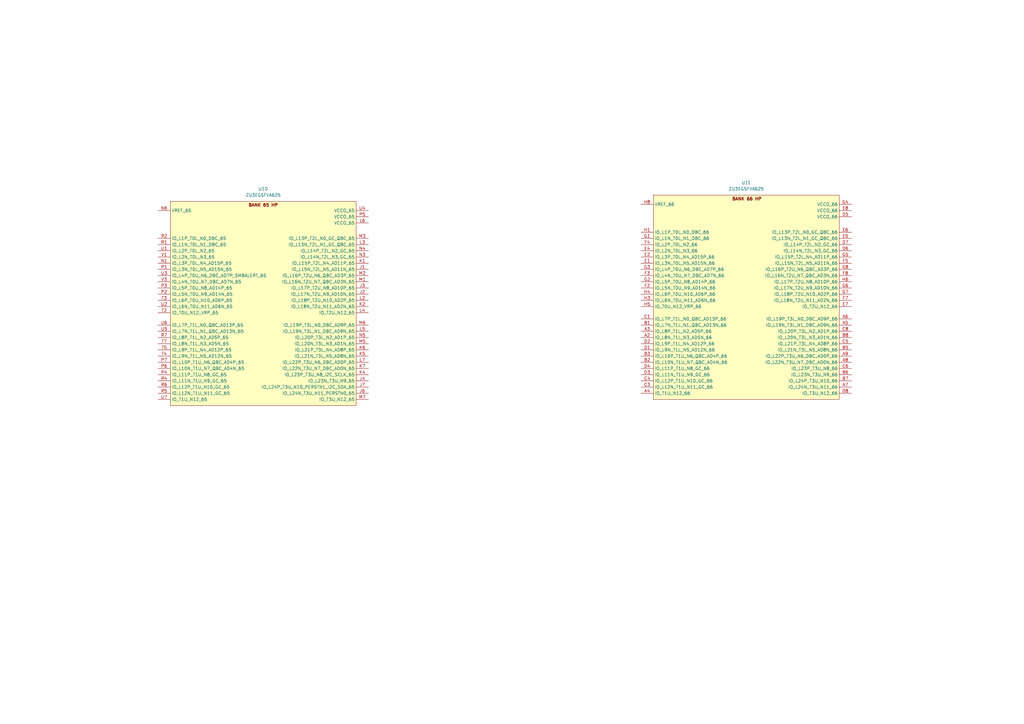
<source format=kicad_sch>
(kicad_sch (version 20250114) (generator "eeschema") (generator_version "9.0")
  (paper "A3")
  (symbol (lib_id "User:XCZU3EGSFVA625") (at 107.95 124.46 0) (unit 4)
    (property "Reference" "U1" (at 107.95 77.47 0))
    (property "Value" "ZU3EGSFVA625" (at 107.95 80.01 0))
    (property "Footprint" "Package_BGA:BGA-625_21.0x21.0mm_Layout25x25_P0.8mm" (effects (hide yes)))
    (property "Datasheet" "http://partdb.conandllu.cn/en/part/513/info" (effects (hide yes)))
    (property "Category" "ICs/FPGA" (effects (hide yes)))
    (property "Manufacturer" "XILINX" (effects (hide yes)))
    (property "Part-DB Footprint" "Xilinx_SFVA625" (effects (hide yes)))
    (property "Part-DB ID" "513" (effects (hide yes)))
  )
  (symbol (lib_id "User:XCZU3EGSFVA625") (at 306.07 121.92 0) (unit 5)
    (property "Reference" "U1" (at 306.07 74.93 0))
    (property "Value" "ZU3EGSFVA625" (at 306.07 77.47 0))
    (property "Footprint" "Package_BGA:BGA-625_21.0x21.0mm_Layout25x25_P0.8mm" (effects (hide yes)))
    (property "Datasheet" "http://partdb.conandllu.cn/en/part/513/info" (effects (hide yes)))
    (property "Category" "ICs/FPGA" (effects (hide yes)))
    (property "Manufacturer" "XILINX" (effects (hide yes)))
    (property "Part-DB Footprint" "Xilinx_SFVA625" (effects (hide yes)))
    (property "Part-DB ID" "513" (effects (hide yes)))
  )
)
</source>
